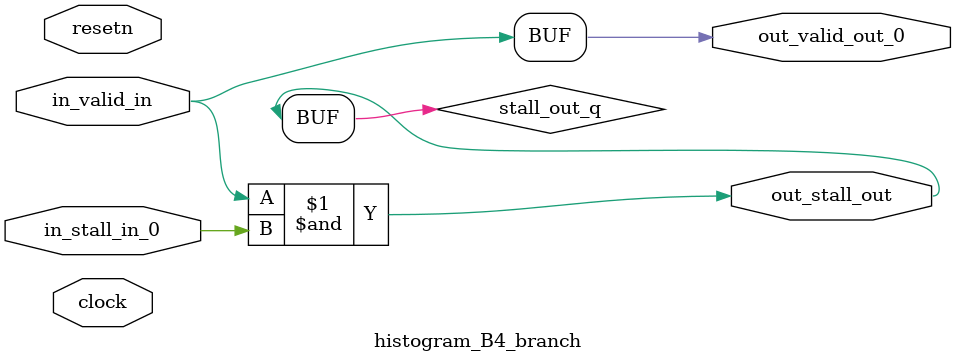
<source format=sv>



(* altera_attribute = "-name AUTO_SHIFT_REGISTER_RECOGNITION OFF; -name MESSAGE_DISABLE 10036; -name MESSAGE_DISABLE 10037; -name MESSAGE_DISABLE 14130; -name MESSAGE_DISABLE 14320; -name MESSAGE_DISABLE 15400; -name MESSAGE_DISABLE 14130; -name MESSAGE_DISABLE 10036; -name MESSAGE_DISABLE 12020; -name MESSAGE_DISABLE 12030; -name MESSAGE_DISABLE 12010; -name MESSAGE_DISABLE 12110; -name MESSAGE_DISABLE 14320; -name MESSAGE_DISABLE 13410; -name MESSAGE_DISABLE 113007; -name MESSAGE_DISABLE 10958" *)
module histogram_B4_branch (
    input wire [0:0] in_stall_in_0,
    input wire [0:0] in_valid_in,
    output wire [0:0] out_stall_out,
    output wire [0:0] out_valid_out_0,
    input wire clock,
    input wire resetn
    );

    wire [0:0] stall_out_q;


    // stall_out(LOGICAL,6)
    assign stall_out_q = in_valid_in & in_stall_in_0;

    // out_stall_out(GPOUT,4)
    assign out_stall_out = stall_out_q;

    // out_valid_out_0(GPOUT,5)
    assign out_valid_out_0 = in_valid_in;

endmodule

</source>
